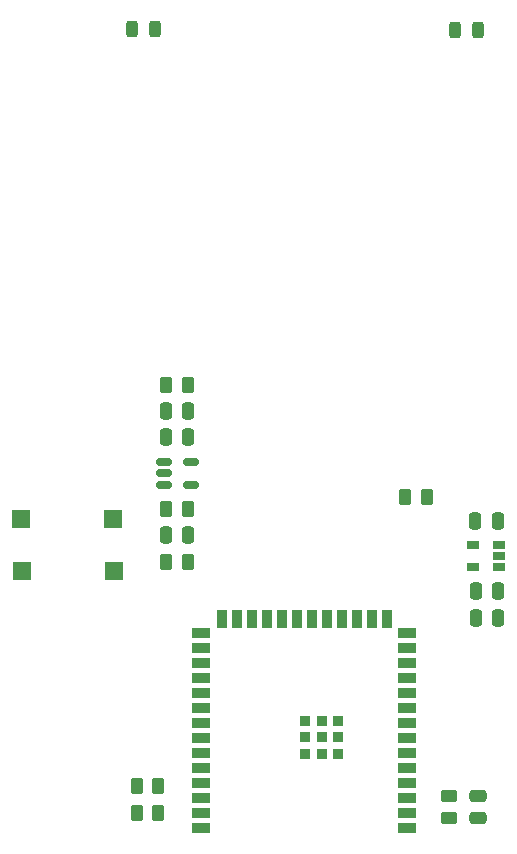
<source format=gtp>
%TF.GenerationSoftware,KiCad,Pcbnew,8.0.8*%
%TF.CreationDate,2025-02-01T16:26:25+01:00*%
%TF.ProjectId,Trackball,54726163-6b62-4616-9c6c-2e6b69636164,rev?*%
%TF.SameCoordinates,Original*%
%TF.FileFunction,Paste,Top*%
%TF.FilePolarity,Positive*%
%FSLAX46Y46*%
G04 Gerber Fmt 4.6, Leading zero omitted, Abs format (unit mm)*
G04 Created by KiCad (PCBNEW 8.0.8) date 2025-02-01 16:26:25*
%MOMM*%
%LPD*%
G01*
G04 APERTURE LIST*
G04 Aperture macros list*
%AMRoundRect*
0 Rectangle with rounded corners*
0 $1 Rounding radius*
0 $2 $3 $4 $5 $6 $7 $8 $9 X,Y pos of 4 corners*
0 Add a 4 corners polygon primitive as box body*
4,1,4,$2,$3,$4,$5,$6,$7,$8,$9,$2,$3,0*
0 Add four circle primitives for the rounded corners*
1,1,$1+$1,$2,$3*
1,1,$1+$1,$4,$5*
1,1,$1+$1,$6,$7*
1,1,$1+$1,$8,$9*
0 Add four rect primitives between the rounded corners*
20,1,$1+$1,$2,$3,$4,$5,0*
20,1,$1+$1,$4,$5,$6,$7,0*
20,1,$1+$1,$6,$7,$8,$9,0*
20,1,$1+$1,$8,$9,$2,$3,0*%
G04 Aperture macros list end*
%ADD10R,1.060000X0.650000*%
%ADD11R,1.500000X0.900000*%
%ADD12R,0.900000X1.500000*%
%ADD13R,0.900000X0.900000*%
%ADD14RoundRect,0.250000X0.250000X0.475000X-0.250000X0.475000X-0.250000X-0.475000X0.250000X-0.475000X0*%
%ADD15R,1.500000X1.500000*%
%ADD16RoundRect,0.250000X-0.250000X-0.475000X0.250000X-0.475000X0.250000X0.475000X-0.250000X0.475000X0*%
%ADD17RoundRect,0.250000X-0.262500X-0.450000X0.262500X-0.450000X0.262500X0.450000X-0.262500X0.450000X0*%
%ADD18RoundRect,0.250000X0.475000X-0.250000X0.475000X0.250000X-0.475000X0.250000X-0.475000X-0.250000X0*%
%ADD19RoundRect,0.250000X0.262500X0.450000X-0.262500X0.450000X-0.262500X-0.450000X0.262500X-0.450000X0*%
%ADD20RoundRect,0.250000X0.450000X-0.262500X0.450000X0.262500X-0.450000X0.262500X-0.450000X-0.262500X0*%
%ADD21RoundRect,0.150000X-0.512500X-0.150000X0.512500X-0.150000X0.512500X0.150000X-0.512500X0.150000X0*%
%ADD22RoundRect,0.243750X0.243750X0.456250X-0.243750X0.456250X-0.243750X-0.456250X0.243750X-0.456250X0*%
%ADD23RoundRect,0.243750X-0.243750X-0.456250X0.243750X-0.456250X0.243750X0.456250X-0.243750X0.456250X0*%
G04 APERTURE END LIST*
D10*
X119550000Y-67750000D03*
X119550000Y-66800000D03*
X119550000Y-65850000D03*
X117350000Y-65850000D03*
X117350000Y-67750000D03*
D11*
X111800000Y-89860000D03*
X111800000Y-88590000D03*
X111800000Y-87320000D03*
X111800000Y-86050000D03*
X111800000Y-84780000D03*
X111800000Y-83510000D03*
X111800000Y-82240000D03*
X111800000Y-80970000D03*
X111800000Y-79700000D03*
X111800000Y-78430000D03*
X111800000Y-77160000D03*
X111800000Y-75890000D03*
X111800000Y-74620000D03*
X111800000Y-73350000D03*
D12*
X110035000Y-72100000D03*
X108765000Y-72100000D03*
X107495000Y-72100000D03*
X106225000Y-72100000D03*
X104955000Y-72100000D03*
X103685000Y-72100000D03*
X102415000Y-72100000D03*
X101145000Y-72100000D03*
X99875000Y-72100000D03*
X98605000Y-72100000D03*
X97335000Y-72100000D03*
X96065000Y-72100000D03*
D11*
X94300000Y-73350000D03*
X94300000Y-74620000D03*
X94300000Y-75890000D03*
X94300000Y-77160000D03*
X94300000Y-78430000D03*
X94300000Y-79700000D03*
X94300000Y-80970000D03*
X94300000Y-82240000D03*
X94300000Y-83510000D03*
X94300000Y-84780000D03*
X94300000Y-86050000D03*
X94300000Y-87320000D03*
X94300000Y-88590000D03*
X94300000Y-89860000D03*
D13*
X105950000Y-83540000D03*
X105950000Y-82140000D03*
X105950000Y-80740000D03*
X105950000Y-80740000D03*
X104550000Y-83540000D03*
X104550000Y-83540000D03*
X104550000Y-82140000D03*
X104550000Y-80740000D03*
X103150000Y-83540000D03*
X103150000Y-82140000D03*
X103150000Y-80740000D03*
D14*
X93250000Y-54550000D03*
X91350000Y-54550000D03*
D15*
X86950000Y-68050000D03*
X79150000Y-68050000D03*
X86900000Y-63700000D03*
X79100000Y-63700000D03*
D16*
X117600000Y-72050000D03*
X119500000Y-72050000D03*
D17*
X88887500Y-86300000D03*
X90712500Y-86300000D03*
D18*
X117800000Y-89000000D03*
X117800000Y-87100000D03*
D19*
X113462500Y-61800000D03*
X111637500Y-61800000D03*
D20*
X115300000Y-88962500D03*
X115300000Y-87137500D03*
D14*
X119500000Y-69800000D03*
X117600000Y-69800000D03*
D17*
X91387500Y-67300000D03*
X93212500Y-67300000D03*
D21*
X91162500Y-58850000D03*
X91162500Y-59800000D03*
X91162500Y-60750000D03*
X93437500Y-60750000D03*
X93437500Y-58850000D03*
D19*
X93212500Y-62800000D03*
X91387500Y-62800000D03*
D14*
X93250000Y-56750000D03*
X91350000Y-56750000D03*
X119450000Y-63800000D03*
X117550000Y-63800000D03*
X93250000Y-65050000D03*
X91350000Y-65050000D03*
D22*
X117737500Y-22250000D03*
X115862500Y-22250000D03*
D19*
X93212500Y-52300000D03*
X91387500Y-52300000D03*
D23*
X88512500Y-22150000D03*
X90387500Y-22150000D03*
D19*
X90712500Y-88550000D03*
X88887500Y-88550000D03*
M02*

</source>
